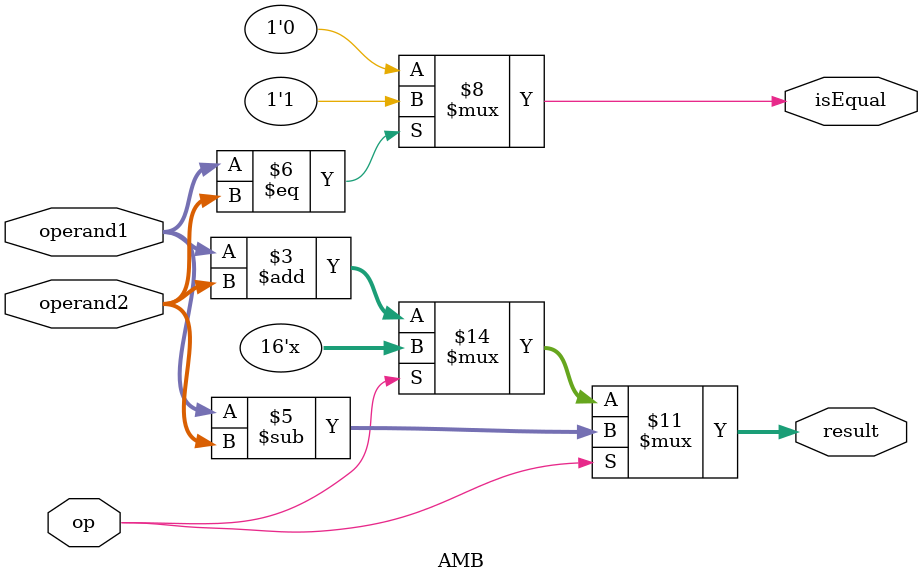
<source format=v>
`timescale 1ns / 1ps

module AMB(
    input op,
    input [15:0] operand1, operand2,
    output reg [15:0] result,
    output reg isEqual
    );
    
    always @* begin
    
        if(op == 1'b0) begin
            result = operand1 + operand2;    
        end
        if(op == 1'b1) begin 
            result = operand1-operand2;
        end 
        if(operand1 == operand2)
            isEqual = 1;
        else
            isEqual = 0;     
	end
	
endmodule

</source>
